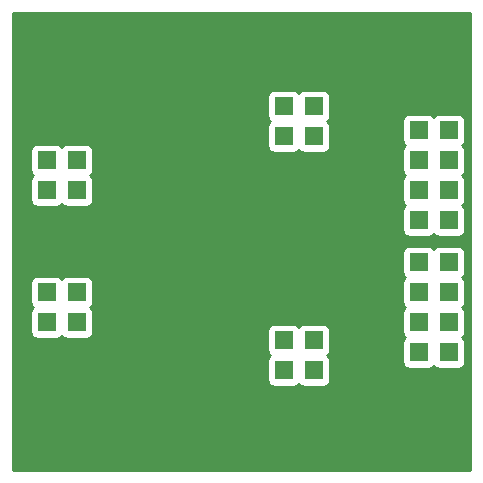
<source format=gbr>
G04 #@! TF.FileFunction,Copper,L1,Top,Signal*
%FSLAX46Y46*%
G04 Gerber Fmt 4.6, Leading zero omitted, Abs format (unit mm)*
G04 Created by KiCad (PCBNEW (2016-09-17 revision 679eef1)-makepkg) date 09/22/16 11:02:43*
%MOMM*%
%LPD*%
G01*
G04 APERTURE LIST*
%ADD10C,0.150000*%
%ADD11R,1.524000X1.524000*%
%ADD12C,6.000000*%
%ADD13C,0.254000*%
G04 APERTURE END LIST*
D10*
D11*
X6350000Y22098000D03*
X3810000Y22098000D03*
X6350000Y24638000D03*
X3810000Y24638000D03*
X6350000Y27178000D03*
X3810000Y27178000D03*
X6350000Y29718000D03*
X3810000Y29718000D03*
X37846000Y10922000D03*
X35306000Y10922000D03*
X37846000Y13462000D03*
X35306000Y13462000D03*
X37846000Y16002000D03*
X35306000Y16002000D03*
X37846000Y18542000D03*
X35306000Y18542000D03*
X37846000Y22098000D03*
X35306000Y22098000D03*
X37846000Y24638000D03*
X35306000Y24638000D03*
X37846000Y27178000D03*
X35306000Y27178000D03*
X37846000Y29718000D03*
X35306000Y29718000D03*
D12*
X35560000Y35560000D03*
D11*
X23876000Y9398000D03*
X23876000Y11938000D03*
D12*
X5080000Y35560000D03*
X5080000Y5080000D03*
D11*
X26416000Y9398000D03*
X26416000Y11938000D03*
D12*
X35560000Y5080000D03*
D11*
X6350000Y10922000D03*
X3810000Y10922000D03*
X6350000Y13462000D03*
X3810000Y13462000D03*
X6350000Y16002000D03*
X3810000Y16002000D03*
X6350000Y18542000D03*
X3810000Y18542000D03*
X26416000Y31750000D03*
X26416000Y29210000D03*
X23876000Y31750000D03*
X23876000Y29210000D03*
D13*
G36*
X39676000Y964000D02*
X964000Y964000D01*
X964000Y16764000D01*
X2400560Y16764000D01*
X2400560Y15240000D01*
X2449843Y14992235D01*
X2590191Y14782191D01*
X2665307Y14732000D01*
X2590191Y14681809D01*
X2449843Y14471765D01*
X2400560Y14224000D01*
X2400560Y12700000D01*
X2449843Y12452235D01*
X2590191Y12242191D01*
X2800235Y12101843D01*
X3048000Y12052560D01*
X4572000Y12052560D01*
X4819765Y12101843D01*
X5029809Y12242191D01*
X5080000Y12317307D01*
X5130191Y12242191D01*
X5340235Y12101843D01*
X5588000Y12052560D01*
X7112000Y12052560D01*
X7359765Y12101843D01*
X7569809Y12242191D01*
X7710157Y12452235D01*
X7759440Y12700000D01*
X22466560Y12700000D01*
X22466560Y11176000D01*
X22515843Y10928235D01*
X22656191Y10718191D01*
X22731307Y10668000D01*
X22656191Y10617809D01*
X22515843Y10407765D01*
X22466560Y10160000D01*
X22466560Y8636000D01*
X22515843Y8388235D01*
X22656191Y8178191D01*
X22866235Y8037843D01*
X23114000Y7988560D01*
X24638000Y7988560D01*
X24885765Y8037843D01*
X25095809Y8178191D01*
X25146000Y8253307D01*
X25196191Y8178191D01*
X25406235Y8037843D01*
X25654000Y7988560D01*
X27178000Y7988560D01*
X27425765Y8037843D01*
X27635809Y8178191D01*
X27776157Y8388235D01*
X27825440Y8636000D01*
X27825440Y10160000D01*
X27776157Y10407765D01*
X27635809Y10617809D01*
X27560693Y10668000D01*
X27635809Y10718191D01*
X27776157Y10928235D01*
X27825440Y11176000D01*
X27825440Y12700000D01*
X27776157Y12947765D01*
X27635809Y13157809D01*
X27425765Y13298157D01*
X27178000Y13347440D01*
X25654000Y13347440D01*
X25406235Y13298157D01*
X25196191Y13157809D01*
X25146000Y13082693D01*
X25095809Y13157809D01*
X24885765Y13298157D01*
X24638000Y13347440D01*
X23114000Y13347440D01*
X22866235Y13298157D01*
X22656191Y13157809D01*
X22515843Y12947765D01*
X22466560Y12700000D01*
X7759440Y12700000D01*
X7759440Y14224000D01*
X7710157Y14471765D01*
X7569809Y14681809D01*
X7494693Y14732000D01*
X7569809Y14782191D01*
X7710157Y14992235D01*
X7759440Y15240000D01*
X7759440Y16764000D01*
X7710157Y17011765D01*
X7569809Y17221809D01*
X7359765Y17362157D01*
X7112000Y17411440D01*
X5588000Y17411440D01*
X5340235Y17362157D01*
X5130191Y17221809D01*
X5080000Y17146693D01*
X5029809Y17221809D01*
X4819765Y17362157D01*
X4572000Y17411440D01*
X3048000Y17411440D01*
X2800235Y17362157D01*
X2590191Y17221809D01*
X2449843Y17011765D01*
X2400560Y16764000D01*
X964000Y16764000D01*
X964000Y19304000D01*
X33896560Y19304000D01*
X33896560Y17780000D01*
X33945843Y17532235D01*
X34086191Y17322191D01*
X34161307Y17272000D01*
X34086191Y17221809D01*
X33945843Y17011765D01*
X33896560Y16764000D01*
X33896560Y15240000D01*
X33945843Y14992235D01*
X34086191Y14782191D01*
X34161307Y14732000D01*
X34086191Y14681809D01*
X33945843Y14471765D01*
X33896560Y14224000D01*
X33896560Y12700000D01*
X33945843Y12452235D01*
X34086191Y12242191D01*
X34161307Y12192000D01*
X34086191Y12141809D01*
X33945843Y11931765D01*
X33896560Y11684000D01*
X33896560Y10160000D01*
X33945843Y9912235D01*
X34086191Y9702191D01*
X34296235Y9561843D01*
X34544000Y9512560D01*
X36068000Y9512560D01*
X36315765Y9561843D01*
X36525809Y9702191D01*
X36576000Y9777307D01*
X36626191Y9702191D01*
X36836235Y9561843D01*
X37084000Y9512560D01*
X38608000Y9512560D01*
X38855765Y9561843D01*
X39065809Y9702191D01*
X39206157Y9912235D01*
X39255440Y10160000D01*
X39255440Y11684000D01*
X39206157Y11931765D01*
X39065809Y12141809D01*
X38990693Y12192000D01*
X39065809Y12242191D01*
X39206157Y12452235D01*
X39255440Y12700000D01*
X39255440Y14224000D01*
X39206157Y14471765D01*
X39065809Y14681809D01*
X38990693Y14732000D01*
X39065809Y14782191D01*
X39206157Y14992235D01*
X39255440Y15240000D01*
X39255440Y16764000D01*
X39206157Y17011765D01*
X39065809Y17221809D01*
X38990693Y17272000D01*
X39065809Y17322191D01*
X39206157Y17532235D01*
X39255440Y17780000D01*
X39255440Y19304000D01*
X39206157Y19551765D01*
X39065809Y19761809D01*
X38855765Y19902157D01*
X38608000Y19951440D01*
X37084000Y19951440D01*
X36836235Y19902157D01*
X36626191Y19761809D01*
X36576000Y19686693D01*
X36525809Y19761809D01*
X36315765Y19902157D01*
X36068000Y19951440D01*
X34544000Y19951440D01*
X34296235Y19902157D01*
X34086191Y19761809D01*
X33945843Y19551765D01*
X33896560Y19304000D01*
X964000Y19304000D01*
X964000Y27940000D01*
X2400560Y27940000D01*
X2400560Y26416000D01*
X2449843Y26168235D01*
X2590191Y25958191D01*
X2665307Y25908000D01*
X2590191Y25857809D01*
X2449843Y25647765D01*
X2400560Y25400000D01*
X2400560Y23876000D01*
X2449843Y23628235D01*
X2590191Y23418191D01*
X2800235Y23277843D01*
X3048000Y23228560D01*
X4572000Y23228560D01*
X4819765Y23277843D01*
X5029809Y23418191D01*
X5080000Y23493307D01*
X5130191Y23418191D01*
X5340235Y23277843D01*
X5588000Y23228560D01*
X7112000Y23228560D01*
X7359765Y23277843D01*
X7569809Y23418191D01*
X7710157Y23628235D01*
X7759440Y23876000D01*
X7759440Y25400000D01*
X7710157Y25647765D01*
X7569809Y25857809D01*
X7494693Y25908000D01*
X7569809Y25958191D01*
X7710157Y26168235D01*
X7759440Y26416000D01*
X7759440Y27940000D01*
X7710157Y28187765D01*
X7569809Y28397809D01*
X7359765Y28538157D01*
X7112000Y28587440D01*
X5588000Y28587440D01*
X5340235Y28538157D01*
X5130191Y28397809D01*
X5080000Y28322693D01*
X5029809Y28397809D01*
X4819765Y28538157D01*
X4572000Y28587440D01*
X3048000Y28587440D01*
X2800235Y28538157D01*
X2590191Y28397809D01*
X2449843Y28187765D01*
X2400560Y27940000D01*
X964000Y27940000D01*
X964000Y32512000D01*
X22466560Y32512000D01*
X22466560Y30988000D01*
X22515843Y30740235D01*
X22656191Y30530191D01*
X22731307Y30480000D01*
X22656191Y30429809D01*
X22515843Y30219765D01*
X22466560Y29972000D01*
X22466560Y28448000D01*
X22515843Y28200235D01*
X22656191Y27990191D01*
X22866235Y27849843D01*
X23114000Y27800560D01*
X24638000Y27800560D01*
X24885765Y27849843D01*
X25095809Y27990191D01*
X25146000Y28065307D01*
X25196191Y27990191D01*
X25406235Y27849843D01*
X25654000Y27800560D01*
X27178000Y27800560D01*
X27425765Y27849843D01*
X27635809Y27990191D01*
X27776157Y28200235D01*
X27825440Y28448000D01*
X27825440Y29972000D01*
X27776157Y30219765D01*
X27635809Y30429809D01*
X27560693Y30480000D01*
X33896560Y30480000D01*
X33896560Y28956000D01*
X33945843Y28708235D01*
X34086191Y28498191D01*
X34161307Y28448000D01*
X34086191Y28397809D01*
X33945843Y28187765D01*
X33896560Y27940000D01*
X33896560Y26416000D01*
X33945843Y26168235D01*
X34086191Y25958191D01*
X34161307Y25908000D01*
X34086191Y25857809D01*
X33945843Y25647765D01*
X33896560Y25400000D01*
X33896560Y23876000D01*
X33945843Y23628235D01*
X34086191Y23418191D01*
X34161307Y23368000D01*
X34086191Y23317809D01*
X33945843Y23107765D01*
X33896560Y22860000D01*
X33896560Y21336000D01*
X33945843Y21088235D01*
X34086191Y20878191D01*
X34296235Y20737843D01*
X34544000Y20688560D01*
X36068000Y20688560D01*
X36315765Y20737843D01*
X36525809Y20878191D01*
X36576000Y20953307D01*
X36626191Y20878191D01*
X36836235Y20737843D01*
X37084000Y20688560D01*
X38608000Y20688560D01*
X38855765Y20737843D01*
X39065809Y20878191D01*
X39206157Y21088235D01*
X39255440Y21336000D01*
X39255440Y22860000D01*
X39206157Y23107765D01*
X39065809Y23317809D01*
X38990693Y23368000D01*
X39065809Y23418191D01*
X39206157Y23628235D01*
X39255440Y23876000D01*
X39255440Y25400000D01*
X39206157Y25647765D01*
X39065809Y25857809D01*
X38990693Y25908000D01*
X39065809Y25958191D01*
X39206157Y26168235D01*
X39255440Y26416000D01*
X39255440Y27940000D01*
X39206157Y28187765D01*
X39065809Y28397809D01*
X38990693Y28448000D01*
X39065809Y28498191D01*
X39206157Y28708235D01*
X39255440Y28956000D01*
X39255440Y30480000D01*
X39206157Y30727765D01*
X39065809Y30937809D01*
X38855765Y31078157D01*
X38608000Y31127440D01*
X37084000Y31127440D01*
X36836235Y31078157D01*
X36626191Y30937809D01*
X36576000Y30862693D01*
X36525809Y30937809D01*
X36315765Y31078157D01*
X36068000Y31127440D01*
X34544000Y31127440D01*
X34296235Y31078157D01*
X34086191Y30937809D01*
X33945843Y30727765D01*
X33896560Y30480000D01*
X27560693Y30480000D01*
X27635809Y30530191D01*
X27776157Y30740235D01*
X27825440Y30988000D01*
X27825440Y32512000D01*
X27776157Y32759765D01*
X27635809Y32969809D01*
X27425765Y33110157D01*
X27178000Y33159440D01*
X25654000Y33159440D01*
X25406235Y33110157D01*
X25196191Y32969809D01*
X25146000Y32894693D01*
X25095809Y32969809D01*
X24885765Y33110157D01*
X24638000Y33159440D01*
X23114000Y33159440D01*
X22866235Y33110157D01*
X22656191Y32969809D01*
X22515843Y32759765D01*
X22466560Y32512000D01*
X964000Y32512000D01*
X964000Y39676000D01*
X39676000Y39676000D01*
X39676000Y964000D01*
X39676000Y964000D01*
G37*
X39676000Y964000D02*
X964000Y964000D01*
X964000Y16764000D01*
X2400560Y16764000D01*
X2400560Y15240000D01*
X2449843Y14992235D01*
X2590191Y14782191D01*
X2665307Y14732000D01*
X2590191Y14681809D01*
X2449843Y14471765D01*
X2400560Y14224000D01*
X2400560Y12700000D01*
X2449843Y12452235D01*
X2590191Y12242191D01*
X2800235Y12101843D01*
X3048000Y12052560D01*
X4572000Y12052560D01*
X4819765Y12101843D01*
X5029809Y12242191D01*
X5080000Y12317307D01*
X5130191Y12242191D01*
X5340235Y12101843D01*
X5588000Y12052560D01*
X7112000Y12052560D01*
X7359765Y12101843D01*
X7569809Y12242191D01*
X7710157Y12452235D01*
X7759440Y12700000D01*
X22466560Y12700000D01*
X22466560Y11176000D01*
X22515843Y10928235D01*
X22656191Y10718191D01*
X22731307Y10668000D01*
X22656191Y10617809D01*
X22515843Y10407765D01*
X22466560Y10160000D01*
X22466560Y8636000D01*
X22515843Y8388235D01*
X22656191Y8178191D01*
X22866235Y8037843D01*
X23114000Y7988560D01*
X24638000Y7988560D01*
X24885765Y8037843D01*
X25095809Y8178191D01*
X25146000Y8253307D01*
X25196191Y8178191D01*
X25406235Y8037843D01*
X25654000Y7988560D01*
X27178000Y7988560D01*
X27425765Y8037843D01*
X27635809Y8178191D01*
X27776157Y8388235D01*
X27825440Y8636000D01*
X27825440Y10160000D01*
X27776157Y10407765D01*
X27635809Y10617809D01*
X27560693Y10668000D01*
X27635809Y10718191D01*
X27776157Y10928235D01*
X27825440Y11176000D01*
X27825440Y12700000D01*
X27776157Y12947765D01*
X27635809Y13157809D01*
X27425765Y13298157D01*
X27178000Y13347440D01*
X25654000Y13347440D01*
X25406235Y13298157D01*
X25196191Y13157809D01*
X25146000Y13082693D01*
X25095809Y13157809D01*
X24885765Y13298157D01*
X24638000Y13347440D01*
X23114000Y13347440D01*
X22866235Y13298157D01*
X22656191Y13157809D01*
X22515843Y12947765D01*
X22466560Y12700000D01*
X7759440Y12700000D01*
X7759440Y14224000D01*
X7710157Y14471765D01*
X7569809Y14681809D01*
X7494693Y14732000D01*
X7569809Y14782191D01*
X7710157Y14992235D01*
X7759440Y15240000D01*
X7759440Y16764000D01*
X7710157Y17011765D01*
X7569809Y17221809D01*
X7359765Y17362157D01*
X7112000Y17411440D01*
X5588000Y17411440D01*
X5340235Y17362157D01*
X5130191Y17221809D01*
X5080000Y17146693D01*
X5029809Y17221809D01*
X4819765Y17362157D01*
X4572000Y17411440D01*
X3048000Y17411440D01*
X2800235Y17362157D01*
X2590191Y17221809D01*
X2449843Y17011765D01*
X2400560Y16764000D01*
X964000Y16764000D01*
X964000Y19304000D01*
X33896560Y19304000D01*
X33896560Y17780000D01*
X33945843Y17532235D01*
X34086191Y17322191D01*
X34161307Y17272000D01*
X34086191Y17221809D01*
X33945843Y17011765D01*
X33896560Y16764000D01*
X33896560Y15240000D01*
X33945843Y14992235D01*
X34086191Y14782191D01*
X34161307Y14732000D01*
X34086191Y14681809D01*
X33945843Y14471765D01*
X33896560Y14224000D01*
X33896560Y12700000D01*
X33945843Y12452235D01*
X34086191Y12242191D01*
X34161307Y12192000D01*
X34086191Y12141809D01*
X33945843Y11931765D01*
X33896560Y11684000D01*
X33896560Y10160000D01*
X33945843Y9912235D01*
X34086191Y9702191D01*
X34296235Y9561843D01*
X34544000Y9512560D01*
X36068000Y9512560D01*
X36315765Y9561843D01*
X36525809Y9702191D01*
X36576000Y9777307D01*
X36626191Y9702191D01*
X36836235Y9561843D01*
X37084000Y9512560D01*
X38608000Y9512560D01*
X38855765Y9561843D01*
X39065809Y9702191D01*
X39206157Y9912235D01*
X39255440Y10160000D01*
X39255440Y11684000D01*
X39206157Y11931765D01*
X39065809Y12141809D01*
X38990693Y12192000D01*
X39065809Y12242191D01*
X39206157Y12452235D01*
X39255440Y12700000D01*
X39255440Y14224000D01*
X39206157Y14471765D01*
X39065809Y14681809D01*
X38990693Y14732000D01*
X39065809Y14782191D01*
X39206157Y14992235D01*
X39255440Y15240000D01*
X39255440Y16764000D01*
X39206157Y17011765D01*
X39065809Y17221809D01*
X38990693Y17272000D01*
X39065809Y17322191D01*
X39206157Y17532235D01*
X39255440Y17780000D01*
X39255440Y19304000D01*
X39206157Y19551765D01*
X39065809Y19761809D01*
X38855765Y19902157D01*
X38608000Y19951440D01*
X37084000Y19951440D01*
X36836235Y19902157D01*
X36626191Y19761809D01*
X36576000Y19686693D01*
X36525809Y19761809D01*
X36315765Y19902157D01*
X36068000Y19951440D01*
X34544000Y19951440D01*
X34296235Y19902157D01*
X34086191Y19761809D01*
X33945843Y19551765D01*
X33896560Y19304000D01*
X964000Y19304000D01*
X964000Y27940000D01*
X2400560Y27940000D01*
X2400560Y26416000D01*
X2449843Y26168235D01*
X2590191Y25958191D01*
X2665307Y25908000D01*
X2590191Y25857809D01*
X2449843Y25647765D01*
X2400560Y25400000D01*
X2400560Y23876000D01*
X2449843Y23628235D01*
X2590191Y23418191D01*
X2800235Y23277843D01*
X3048000Y23228560D01*
X4572000Y23228560D01*
X4819765Y23277843D01*
X5029809Y23418191D01*
X5080000Y23493307D01*
X5130191Y23418191D01*
X5340235Y23277843D01*
X5588000Y23228560D01*
X7112000Y23228560D01*
X7359765Y23277843D01*
X7569809Y23418191D01*
X7710157Y23628235D01*
X7759440Y23876000D01*
X7759440Y25400000D01*
X7710157Y25647765D01*
X7569809Y25857809D01*
X7494693Y25908000D01*
X7569809Y25958191D01*
X7710157Y26168235D01*
X7759440Y26416000D01*
X7759440Y27940000D01*
X7710157Y28187765D01*
X7569809Y28397809D01*
X7359765Y28538157D01*
X7112000Y28587440D01*
X5588000Y28587440D01*
X5340235Y28538157D01*
X5130191Y28397809D01*
X5080000Y28322693D01*
X5029809Y28397809D01*
X4819765Y28538157D01*
X4572000Y28587440D01*
X3048000Y28587440D01*
X2800235Y28538157D01*
X2590191Y28397809D01*
X2449843Y28187765D01*
X2400560Y27940000D01*
X964000Y27940000D01*
X964000Y32512000D01*
X22466560Y32512000D01*
X22466560Y30988000D01*
X22515843Y30740235D01*
X22656191Y30530191D01*
X22731307Y30480000D01*
X22656191Y30429809D01*
X22515843Y30219765D01*
X22466560Y29972000D01*
X22466560Y28448000D01*
X22515843Y28200235D01*
X22656191Y27990191D01*
X22866235Y27849843D01*
X23114000Y27800560D01*
X24638000Y27800560D01*
X24885765Y27849843D01*
X25095809Y27990191D01*
X25146000Y28065307D01*
X25196191Y27990191D01*
X25406235Y27849843D01*
X25654000Y27800560D01*
X27178000Y27800560D01*
X27425765Y27849843D01*
X27635809Y27990191D01*
X27776157Y28200235D01*
X27825440Y28448000D01*
X27825440Y29972000D01*
X27776157Y30219765D01*
X27635809Y30429809D01*
X27560693Y30480000D01*
X33896560Y30480000D01*
X33896560Y28956000D01*
X33945843Y28708235D01*
X34086191Y28498191D01*
X34161307Y28448000D01*
X34086191Y28397809D01*
X33945843Y28187765D01*
X33896560Y27940000D01*
X33896560Y26416000D01*
X33945843Y26168235D01*
X34086191Y25958191D01*
X34161307Y25908000D01*
X34086191Y25857809D01*
X33945843Y25647765D01*
X33896560Y25400000D01*
X33896560Y23876000D01*
X33945843Y23628235D01*
X34086191Y23418191D01*
X34161307Y23368000D01*
X34086191Y23317809D01*
X33945843Y23107765D01*
X33896560Y22860000D01*
X33896560Y21336000D01*
X33945843Y21088235D01*
X34086191Y20878191D01*
X34296235Y20737843D01*
X34544000Y20688560D01*
X36068000Y20688560D01*
X36315765Y20737843D01*
X36525809Y20878191D01*
X36576000Y20953307D01*
X36626191Y20878191D01*
X36836235Y20737843D01*
X37084000Y20688560D01*
X38608000Y20688560D01*
X38855765Y20737843D01*
X39065809Y20878191D01*
X39206157Y21088235D01*
X39255440Y21336000D01*
X39255440Y22860000D01*
X39206157Y23107765D01*
X39065809Y23317809D01*
X38990693Y23368000D01*
X39065809Y23418191D01*
X39206157Y23628235D01*
X39255440Y23876000D01*
X39255440Y25400000D01*
X39206157Y25647765D01*
X39065809Y25857809D01*
X38990693Y25908000D01*
X39065809Y25958191D01*
X39206157Y26168235D01*
X39255440Y26416000D01*
X39255440Y27940000D01*
X39206157Y28187765D01*
X39065809Y28397809D01*
X38990693Y28448000D01*
X39065809Y28498191D01*
X39206157Y28708235D01*
X39255440Y28956000D01*
X39255440Y30480000D01*
X39206157Y30727765D01*
X39065809Y30937809D01*
X38855765Y31078157D01*
X38608000Y31127440D01*
X37084000Y31127440D01*
X36836235Y31078157D01*
X36626191Y30937809D01*
X36576000Y30862693D01*
X36525809Y30937809D01*
X36315765Y31078157D01*
X36068000Y31127440D01*
X34544000Y31127440D01*
X34296235Y31078157D01*
X34086191Y30937809D01*
X33945843Y30727765D01*
X33896560Y30480000D01*
X27560693Y30480000D01*
X27635809Y30530191D01*
X27776157Y30740235D01*
X27825440Y30988000D01*
X27825440Y32512000D01*
X27776157Y32759765D01*
X27635809Y32969809D01*
X27425765Y33110157D01*
X27178000Y33159440D01*
X25654000Y33159440D01*
X25406235Y33110157D01*
X25196191Y32969809D01*
X25146000Y32894693D01*
X25095809Y32969809D01*
X24885765Y33110157D01*
X24638000Y33159440D01*
X23114000Y33159440D01*
X22866235Y33110157D01*
X22656191Y32969809D01*
X22515843Y32759765D01*
X22466560Y32512000D01*
X964000Y32512000D01*
X964000Y39676000D01*
X39676000Y39676000D01*
X39676000Y964000D01*
M02*

</source>
